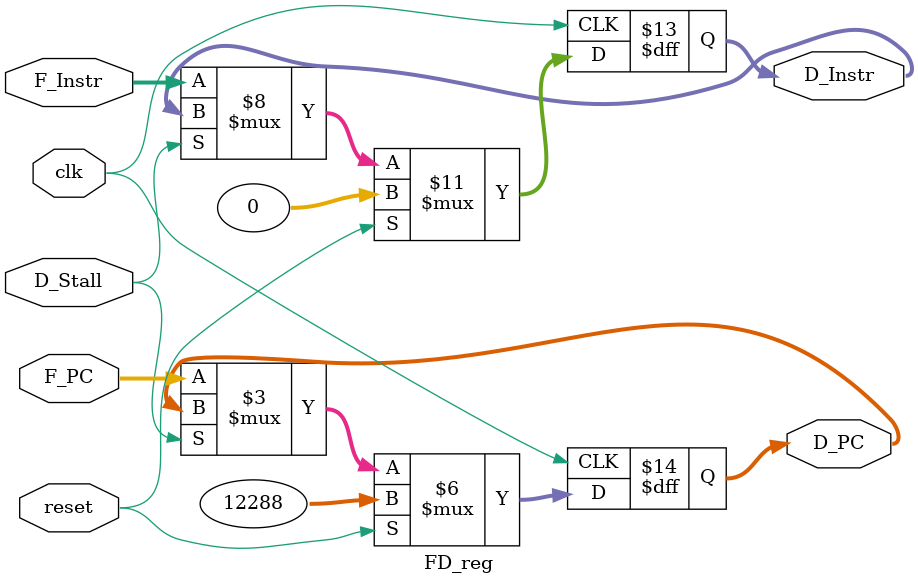
<source format=v>
`timescale 1ns / 1ps

`include "def.v"

module FD_reg(
    input clk,
    input reset,
    input D_Stall,
    input [31:0] F_Instr,
    input [31:0] F_PC,
    output reg [31:0] D_Instr,
    output reg [31:0] D_PC
    );

    always @(posedge clk) begin
        if (reset) begin				//clear up D
            D_PC <= 32'h00003000;
            D_Instr <= 0;
        end
        else if (!D_Stall) begin						//pipeline runs
            D_PC <= F_PC;
            D_Instr <= F_Instr;
        end
    end

endmodule

</source>
